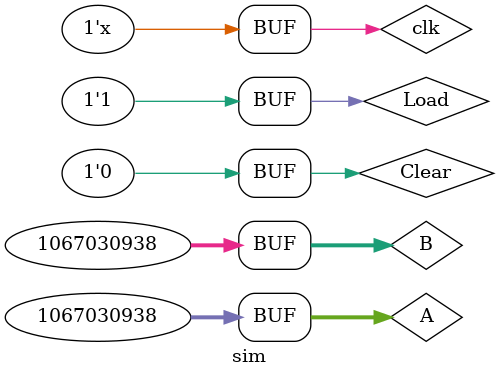
<source format=v>
`timescale 1ns / 1ps

module sim(

    );
    
    reg Clear;
	reg Load;
	reg clk;
	reg [31:0] A = 0;
	reg [31:0] B = 0;
	
	wire [31:0] Rez;
	
    pipeline pipe(Clear, Load, clk, A, B, Rez);

	initial begin
		
		Clear = 0;
		Load = 0;
		clk = 0;
		
		#40
		Load = 1;
		A = 32'b00111111000000000000000000000000; // 0.27
		B = 32'b00111111000000000000000000000000; // 0.5
		
		#40
		Load = 1;
		A = 32'b00111111000110011001100110011010; // 0.6
		B = 32'b10111101110011001100110011001101; // -0.1
		
		#40
		A = 32'b10111111011001100110011001100110; // -0.9
		B = 32'b10111101110011001100110011001101; // -0.1
		
		#40
		A = 32'b00111111100110011001100110011010; // 1.2
		B = 32'b00111110100110011001100110011010; // 0.3
	
	    #40
	    A = 32'b00111111100110011001100110011010; // 1.2
		B = 32'b00111111100110011001100110011010; // 1.2
	end
	
	always 
	
		 #20 clk = ~clk;
endmodule

</source>
